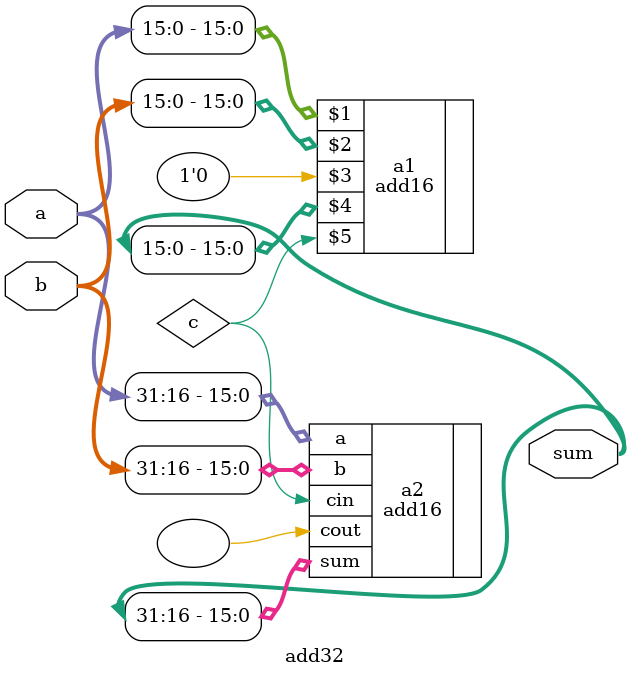
<source format=v>
module add32(
    input [31:0] a,
    input [31:0] b,
    output [31:0] sum
);
wire c;
add16 a1(a[15:0],b[15:0],1'b0,sum[15:0],c);
add16 a2(.a(a[31:16])
         ,.b(b[31:16])
         ,.cin(c)
         ,.sum(sum[31:16])
         ,.cout());
endmodule

</source>
